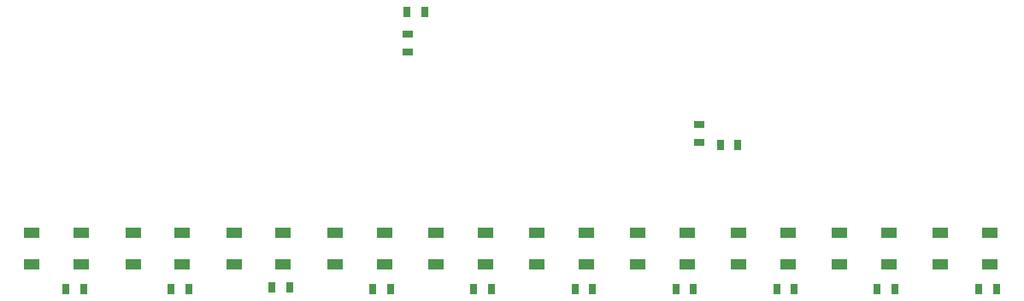
<source format=gtp>
G04 #@! TF.GenerationSoftware,KiCad,Pcbnew,5.0.0-rc2-be01b52~65~ubuntu16.04.1*
G04 #@! TF.CreationDate,2018-06-25T12:20:31+02:00*
G04 #@! TF.ProjectId,Firefly,46697265666C792E6B696361645F7063,rev?*
G04 #@! TF.SameCoordinates,Original*
G04 #@! TF.FileFunction,Paste,Top*
G04 #@! TF.FilePolarity,Positive*
%FSLAX46Y46*%
G04 Gerber Fmt 4.6, Leading zero omitted, Abs format (unit mm)*
G04 Created by KiCad (PCBNEW 5.0.0-rc2-be01b52~65~ubuntu16.04.1) date Mon Jun 25 12:20:31 2018*
%MOMM*%
%LPD*%
G01*
G04 APERTURE LIST*
%ADD10R,1.500000X1.000000*%
%ADD11R,1.000000X0.670000*%
%ADD12R,0.670000X1.000000*%
G04 APERTURE END LIST*
D10*
G04 #@! TO.C,D3*
X122950000Y-130700000D03*
X122950000Y-133900000D03*
X127850000Y-130700000D03*
X127850000Y-133900000D03*
G04 #@! TD*
D11*
G04 #@! TO.C,C1*
X169000000Y-120000000D03*
X169000000Y-121750000D03*
G04 #@! TD*
D12*
G04 #@! TO.C,C2*
X108075000Y-136300000D03*
X106325000Y-136300000D03*
G04 #@! TD*
D11*
G04 #@! TO.C,C3*
X140200000Y-111050000D03*
X140200000Y-112800000D03*
G04 #@! TD*
D12*
G04 #@! TO.C,C4*
X116725000Y-136300000D03*
X118475000Y-136300000D03*
G04 #@! TD*
G04 #@! TO.C,C5*
X128475000Y-136200000D03*
X126725000Y-136200000D03*
G04 #@! TD*
G04 #@! TO.C,C6*
X138475000Y-136300000D03*
X136725000Y-136300000D03*
G04 #@! TD*
G04 #@! TO.C,C7*
X146725000Y-136300000D03*
X148475000Y-136300000D03*
G04 #@! TD*
G04 #@! TO.C,C8*
X156725000Y-136300000D03*
X158475000Y-136300000D03*
G04 #@! TD*
G04 #@! TO.C,C9*
X168475000Y-136300000D03*
X166725000Y-136300000D03*
G04 #@! TD*
G04 #@! TO.C,C10*
X176725000Y-136300000D03*
X178475000Y-136300000D03*
G04 #@! TD*
G04 #@! TO.C,C11*
X186650000Y-136300000D03*
X188400000Y-136300000D03*
G04 #@! TD*
G04 #@! TO.C,C12*
X196725000Y-136300000D03*
X198475000Y-136300000D03*
G04 #@! TD*
D10*
G04 #@! TO.C,D1*
X102950000Y-130700000D03*
X102950000Y-133900000D03*
X107850000Y-130700000D03*
X107850000Y-133900000D03*
G04 #@! TD*
G04 #@! TO.C,D2*
X117850000Y-133900000D03*
X117850000Y-130700000D03*
X112950000Y-133900000D03*
X112950000Y-130700000D03*
G04 #@! TD*
G04 #@! TO.C,D4*
X137850000Y-133900000D03*
X137850000Y-130700000D03*
X132950000Y-133900000D03*
X132950000Y-130700000D03*
G04 #@! TD*
G04 #@! TO.C,D5*
X147850000Y-133900000D03*
X147850000Y-130700000D03*
X142950000Y-133900000D03*
X142950000Y-130700000D03*
G04 #@! TD*
G04 #@! TO.C,D6*
X152950000Y-130700000D03*
X152950000Y-133900000D03*
X157850000Y-130700000D03*
X157850000Y-133900000D03*
G04 #@! TD*
G04 #@! TO.C,D7*
X162950000Y-130700000D03*
X162950000Y-133900000D03*
X167850000Y-130700000D03*
X167850000Y-133900000D03*
G04 #@! TD*
G04 #@! TO.C,D8*
X177850000Y-133900000D03*
X177850000Y-130700000D03*
X172950000Y-133900000D03*
X172950000Y-130700000D03*
G04 #@! TD*
G04 #@! TO.C,D9*
X182950000Y-130700000D03*
X182950000Y-133900000D03*
X187850000Y-130700000D03*
X187850000Y-133900000D03*
G04 #@! TD*
G04 #@! TO.C,D10*
X197850000Y-133900000D03*
X197850000Y-130700000D03*
X192950000Y-133900000D03*
X192950000Y-130700000D03*
G04 #@! TD*
D12*
G04 #@! TO.C,R1*
X172875000Y-122000000D03*
X171125000Y-122000000D03*
G04 #@! TD*
G04 #@! TO.C,R2*
X141875000Y-108800000D03*
X140125000Y-108800000D03*
G04 #@! TD*
M02*

</source>
